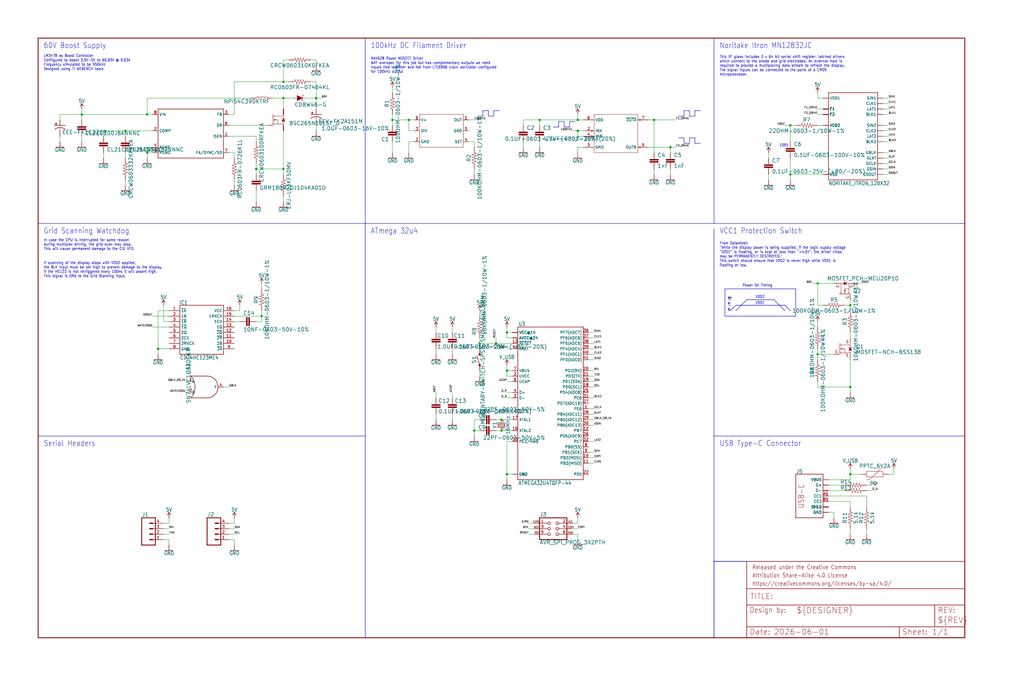
<source format=kicad_sch>
(kicad_sch (version 20230121) (generator eeschema)
  (paper "User" 477.19 317.906)
  (junction (at 132.08 38.1))
  (junction (at 182.88 55.88))
  (junction (at 231.14 160.02))
  (junction (at 58.42 60.96))
  (junction (at 236.22 172.72))
  (junction (at 233.68 200.66))
  (junction (at 223.52 160.02))
  (junction (at 68.58 71.12))
  (junction (at 68.58 53.34))
  (junction (at 381 132.08))
  (junction (at 73.66 162.56))
  (junction (at 304.8 55.88))
  (junction (at 132.08 78.74))
  (junction (at 38.1 53.34))
  (junction (at 381 165.1))
  (junction (at 236.22 220.98))
  (junction (at 132.08 45.72))
  (junction (at 269.24 60.96))
  (junction (at 119.38 78.74))
  (junction (at 236.22 154.94))
  (junction (at 312.42 68.58))
  (junction (at 220.98 200.66))
  (junction (at 269.24 55.88))
  (junction (at 396.24 180.34))
  (junction (at 147.32 45.72))
  (junction (at 396.24 142.24))
  (junction (at 233.68 195.58))
  (junction (at 121.92 147.32))
  (junction (at 190.5 55.88))
  (junction (at 396.24 220.98))
  (junction (at 251.46 55.88))
  (junction (at 368.3 58.42))
  (junction (at 368.3 81.28))
  (wire (pts (xy 223.52 195.58) (xy 220.98 195.58)) (stroke (width 0.1524)))
  (wire (pts (xy 274.32 185.42) (xy 276.86 185.42)) (stroke (width 0.1524)))
  (wire (pts (xy 238.76 220.98) (xy 236.22 220.98)) (stroke (width 0.1524)))
  (wire (pts (xy 76.2 248.92) (xy 78.74 248.92)) (stroke (width 0.1524)))
  (wire (pts (xy 223.52 160.02) (xy 223.52 162.56)) (stroke (width 0.1524)))
  (wire (pts (xy 106.68 58.42) (xy 124.46 58.42)) (stroke (width 0.1524)))
  (wire (pts (xy 381 45.72) (xy 381 43.18)) (stroke (width 0.1524)))
  (polyline (pts (xy 265.43 59.182) (xy 265.43 56.642)) (stroke (width 0.2032) (type solid)))
  (wire (pts (xy 386.08 233.68) (xy 396.24 233.68)) (stroke (width 0.1524)))
  (wire (pts (xy 411.48 78.74) (xy 414.02 78.74)) (stroke (width 0.1524)))
  (wire (pts (xy 236.22 205.74) (xy 236.22 220.98)) (stroke (width 0.1524)))
  (wire (pts (xy 398.78 132.08) (xy 401.32 132.08)) (stroke (width 0.1524)))
  (wire (pts (xy 238.76 157.48) (xy 236.22 157.48)) (stroke (width 0.1524)))
  (wire (pts (xy 71.12 68.58) (xy 68.58 68.58)) (stroke (width 0.1524)))
  (wire (pts (xy 182.88 66.04) (xy 182.88 71.12)) (stroke (width 0.1524)))
  (wire (pts (xy 132.08 27.94) (xy 132.08 38.1)) (stroke (width 0.1524)))
  (wire (pts (xy 119.38 78.74) (xy 132.08 78.74)) (stroke (width 0.1524)))
  (wire (pts (xy 269.24 60.96) (xy 271.78 60.96)) (stroke (width 0.1524)))
  (polyline (pts (xy 332.74 104.14) (xy 449.58 104.14)) (stroke (width 0.2032) (type solid)))
  (wire (pts (xy 238.76 195.58) (xy 233.68 195.58)) (stroke (width 0.1524)))
  (wire (pts (xy 78.74 162.56) (xy 73.66 162.56)) (stroke (width 0.1524)))
  (wire (pts (xy 269.24 60.96) (xy 266.7 60.96)) (stroke (width 0.1524)))
  (wire (pts (xy 251.46 55.88) (xy 243.84 55.88)) (stroke (width 0.1524)))
  (wire (pts (xy 48.26 71.12) (xy 48.26 73.66)) (stroke (width 0.1524)))
  (wire (pts (xy 370.84 58.42) (xy 368.3 58.42)) (stroke (width 0.1524)))
  (wire (pts (xy 238.76 205.74) (xy 236.22 205.74)) (stroke (width 0.1524)))
  (wire (pts (xy 386.08 226.06) (xy 393.7 226.06)) (stroke (width 0.1524)))
  (wire (pts (xy 190.5 60.96) (xy 190.5 55.88)) (stroke (width 0.1524)))
  (wire (pts (xy 190.5 66.04) (xy 190.5 71.12)) (stroke (width 0.1524)))
  (wire (pts (xy 106.68 53.34) (xy 109.22 53.34)) (stroke (width 0.1524)))
  (wire (pts (xy 411.48 48.26) (xy 414.02 48.26)) (stroke (width 0.1524)))
  (wire (pts (xy 381 132.08) (xy 378.46 132.08)) (stroke (width 0.1524)))
  (wire (pts (xy 411.48 66.04) (xy 414.02 66.04)) (stroke (width 0.1524)))
  (wire (pts (xy 411.48 76.2) (xy 414.02 76.2)) (stroke (width 0.1524)))
  (wire (pts (xy 109.22 83.82) (xy 109.22 86.36)) (stroke (width 0.1524)))
  (wire (pts (xy 403.86 226.06) (xy 406.4 226.06)) (stroke (width 0.1524)))
  (wire (pts (xy 88.9 177.8) (xy 86.36 177.8)) (stroke (width 0.1524)))
  (wire (pts (xy 27.94 53.34) (xy 38.1 53.34)) (stroke (width 0.1524)))
  (polyline (pts (xy 170.18 104.14) (xy 170.18 17.78)) (stroke (width 0.2032) (type solid)))
  (polyline (pts (xy 227.584 54.102) (xy 230.124 54.102)) (stroke (width 0.2032) (type solid)))
  (wire (pts (xy 302.26 68.58) (xy 312.42 68.58)) (stroke (width 0.1524)))
  (wire (pts (xy 411.48 73.66) (xy 414.02 73.66)) (stroke (width 0.1524)))
  (wire (pts (xy 271.78 55.88) (xy 269.24 55.88)) (stroke (width 0.1524)))
  (wire (pts (xy 182.88 55.88) (xy 190.5 55.88)) (stroke (width 0.1524)))
  (wire (pts (xy 106.68 248.92) (xy 109.22 248.92)) (stroke (width 0.1524)))
  (wire (pts (xy 396.24 220.98) (xy 396.24 223.52)) (stroke (width 0.1524)))
  (wire (pts (xy 218.44 55.88) (xy 220.98 55.88)) (stroke (width 0.1524)))
  (wire (pts (xy 386.08 223.52) (xy 396.24 223.52)) (stroke (width 0.1524)))
  (wire (pts (xy 381 165.1) (xy 388.62 165.1)) (stroke (width 0.1524)))
  (wire (pts (xy 386.08 228.6) (xy 393.7 228.6)) (stroke (width 0.1524)))
  (wire (pts (xy 304.8 78.74) (xy 304.8 81.28)) (stroke (width 0.1524)))
  (wire (pts (xy 193.04 60.96) (xy 190.5 60.96)) (stroke (width 0.1524)))
  (wire (pts (xy 71.12 71.12) (xy 68.58 71.12)) (stroke (width 0.1524)))
  (wire (pts (xy 396.24 233.68) (xy 396.24 236.22)) (stroke (width 0.1524)))
  (wire (pts (xy 109.22 147.32) (xy 121.92 147.32)) (stroke (width 0.1524)))
  (wire (pts (xy 274.32 177.8) (xy 276.86 177.8)) (stroke (width 0.1524)))
  (wire (pts (xy 411.48 63.5) (xy 414.02 63.5)) (stroke (width 0.1524)))
  (wire (pts (xy 411.48 81.28) (xy 414.02 81.28)) (stroke (width 0.1524)))
  (wire (pts (xy 193.04 55.88) (xy 190.5 55.88)) (stroke (width 0.1524)))
  (wire (pts (xy 76.2 149.86) (xy 76.2 142.24)) (stroke (width 0.1524)))
  (wire (pts (xy 236.22 154.94) (xy 236.22 152.4)) (stroke (width 0.1524)))
  (wire (pts (xy 210.82 182.88) (xy 210.82 185.42)) (stroke (width 0.1524)))
  (wire (pts (xy 134.62 27.94) (xy 132.08 27.94)) (stroke (width 0.1524)))
  (wire (pts (xy 274.32 154.94) (xy 276.86 154.94)) (stroke (width 0.1524)))
  (wire (pts (xy 266.7 243.84) (xy 269.24 243.84)) (stroke (width 0.1524)))
  (polyline (pts (xy 339.598 139.7) (xy 340.36 139.7)) (stroke (width 0.2032) (type solid)))
  (wire (pts (xy 274.32 210.82) (xy 276.86 210.82)) (stroke (width 0.1524)))
  (wire (pts (xy 388.62 238.76) (xy 388.62 241.3)) (stroke (width 0.1524)))
  (wire (pts (xy 144.78 27.94) (xy 147.32 27.94)) (stroke (width 0.1524)))
  (wire (pts (xy 132.08 38.1) (xy 134.62 38.1)) (stroke (width 0.1524)))
  (wire (pts (xy 236.22 157.48) (xy 236.22 154.94)) (stroke (width 0.1524)))
  (wire (pts (xy 411.48 53.34) (xy 414.02 53.34)) (stroke (width 0.1524)))
  (wire (pts (xy 248.92 246.38) (xy 246.38 246.38)) (stroke (width 0.1524)))
  (polyline (pts (xy 17.78 104.14) (xy 170.18 104.14)) (stroke (width 0.2032) (type solid)))
  (wire (pts (xy 132.08 78.74) (xy 132.08 81.28)) (stroke (width 0.1524)))
  (wire (pts (xy 381 177.8) (xy 381 180.34)) (stroke (width 0.1524)))
  (wire (pts (xy 304.8 71.12) (xy 304.8 55.88)) (stroke (width 0.1524)))
  (polyline (pts (xy 360.68 139.7) (xy 365.76 144.78)) (stroke (width 0.2032) (type solid)))
  (wire (pts (xy 38.1 55.88) (xy 38.1 53.34)) (stroke (width 0.1524)))
  (wire (pts (xy 238.76 185.42) (xy 236.22 185.42)) (stroke (width 0.1524)))
  (wire (pts (xy 147.32 38.1) (xy 147.32 45.72)) (stroke (width 0.1524)))
  (wire (pts (xy 269.24 63.5) (xy 271.78 63.5)) (stroke (width 0.1524)))
  (wire (pts (xy 106.68 71.12) (xy 109.22 71.12)) (stroke (width 0.1524)))
  (wire (pts (xy 274.32 165.1) (xy 276.86 165.1)) (stroke (width 0.1524)))
  (wire (pts (xy 368.3 58.42) (xy 365.76 58.42)) (stroke (width 0.1524)))
  (wire (pts (xy 411.48 50.8) (xy 414.02 50.8)) (stroke (width 0.1524)))
  (wire (pts (xy 210.82 195.58) (xy 210.82 193.04)) (stroke (width 0.1524)))
  (polyline (pts (xy 227.584 51.562) (xy 227.584 54.102)) (stroke (width 0.2032) (type solid)))
  (wire (pts (xy 68.58 53.34) (xy 68.58 45.72)) (stroke (width 0.1524)))
  (wire (pts (xy 381 165.1) (xy 381 167.64)) (stroke (width 0.1524)))
  (wire (pts (xy 121.92 147.32) (xy 121.92 144.78)) (stroke (width 0.1524)))
  (polyline (pts (xy 370.84 147.32) (xy 370.84 134.62)) (stroke (width 0.2032) (type solid)))
  (polyline (pts (xy 342.9 142.24) (xy 365.76 142.24)) (stroke (width 0.2032) (type solid)))
  (polyline (pts (xy 339.598 142.24) (xy 340.36 142.24)) (stroke (width 0.2032) (type solid)))
  (polyline (pts (xy 321.31 51.562) (xy 321.31 54.102)) (stroke (width 0.2032) (type solid)))
  (wire (pts (xy 182.88 53.34) (xy 182.88 55.88)) (stroke (width 0.1524)))
  (wire (pts (xy 223.52 200.66) (xy 220.98 200.66)) (stroke (width 0.1524)))
  (wire (pts (xy 396.24 167.64) (xy 396.24 180.34)) (stroke (width 0.1524)))
  (wire (pts (xy 236.22 220.98) (xy 236.22 223.52)) (stroke (width 0.1524)))
  (wire (pts (xy 132.08 45.72) (xy 137.16 45.72)) (stroke (width 0.1524)))
  (wire (pts (xy 220.98 195.58) (xy 220.98 200.66)) (stroke (width 0.1524)))
  (polyline (pts (xy 342.9 144.78) (xy 347.98 139.7)) (stroke (width 0.2032) (type solid)))
  (polyline (pts (xy 323.85 64.262) (xy 321.31 64.262)) (stroke (width 0.2032) (type solid)))
  (wire (pts (xy 116.84 45.72) (xy 68.58 45.72)) (stroke (width 0.1524)))
  (wire (pts (xy 302.26 55.88) (xy 304.8 55.88)) (stroke (width 0.1524)))
  (wire (pts (xy 368.3 81.28) (xy 383.54 81.28)) (stroke (width 0.1524)))
  (wire (pts (xy 238.76 160.02) (xy 231.14 160.02)) (stroke (width 0.1524)))
  (wire (pts (xy 414.02 220.98) (xy 416.56 220.98)) (stroke (width 0.1524)))
  (wire (pts (xy 238.76 162.56) (xy 236.22 162.56)) (stroke (width 0.1524)))
  (wire (pts (xy 266.7 248.92) (xy 269.24 248.92)) (stroke (width 0.1524)))
  (wire (pts (xy 78.74 243.84) (xy 78.74 241.3)) (stroke (width 0.1524)))
  (wire (pts (xy 403.86 248.92) (xy 403.86 246.38)) (stroke (width 0.1524)))
  (wire (pts (xy 220.98 200.66) (xy 220.98 203.2)) (stroke (width 0.1524)))
  (wire (pts (xy 73.66 162.56) (xy 73.66 165.1)) (stroke (width 0.1524)))
  (wire (pts (xy 27.94 55.88) (xy 27.94 53.34)) (stroke (width 0.1524)))
  (wire (pts (xy 76.2 246.38) (xy 78.74 246.38)) (stroke (width 0.1524)))
  (polyline (pts (xy 321.31 66.802) (xy 318.77 66.802)) (stroke (width 0.2032) (type solid)))
  (wire (pts (xy 111.76 144.78) (xy 111.76 142.24)) (stroke (width 0.1524)))
  (polyline (pts (xy 332.74 106.68) (xy 332.74 203.2)) (stroke (width 0.2032) (type solid)))
  (polyline (pts (xy 230.124 51.562) (xy 232.664 51.562)) (stroke (width 0.2032) (type solid)))
  (wire (pts (xy 274.32 205.74) (xy 276.86 205.74)) (stroke (width 0.1524)))
  (wire (pts (xy 78.74 147.32) (xy 71.12 147.32)) (stroke (width 0.1524)))
  (wire (pts (xy 68.58 71.12) (xy 68.58 73.66)) (stroke (width 0.1524)))
  (polyline (pts (xy 260.35 56.642) (xy 262.89 56.642)) (stroke (width 0.2032) (type solid)))
  (polyline (pts (xy 316.23 54.102) (xy 318.77 54.102)) (stroke (width 0.2032) (type solid)))
  (wire (pts (xy 381 180.34) (xy 396.24 180.34)) (stroke (width 0.1524)))
  (wire (pts (xy 119.38 149.86) (xy 121.92 149.86)) (stroke (width 0.1524)))
  (polyline (pts (xy 337.82 134.62) (xy 337.82 147.32)) (stroke (width 0.2032) (type solid)))
  (wire (pts (xy 416.56 220.98) (xy 416.56 218.44)) (stroke (width 0.1524)))
  (wire (pts (xy 109.22 243.84) (xy 109.22 241.3)) (stroke (width 0.1524)))
  (polyline (pts (xy 170.18 203.2) (xy 170.18 297.18)) (stroke (width 0.2032) (type solid)))
  (wire (pts (xy 127 45.72) (xy 132.08 45.72)) (stroke (width 0.1524)))
  (wire (pts (xy 58.42 63.5) (xy 58.42 60.96)) (stroke (width 0.1524)))
  (wire (pts (xy 312.42 68.58) (xy 314.96 68.58)) (stroke (width 0.1524)))
  (wire (pts (xy 411.48 45.72) (xy 414.02 45.72)) (stroke (width 0.1524)))
  (wire (pts (xy 58.42 83.82) (xy 58.42 86.36)) (stroke (width 0.1524)))
  (wire (pts (xy 132.08 91.44) (xy 132.08 93.98)) (stroke (width 0.1524)))
  (polyline (pts (xy 265.43 56.642) (xy 267.97 56.642)) (stroke (width 0.2032) (type solid)))
  (wire (pts (xy 312.42 78.74) (xy 312.42 81.28)) (stroke (width 0.1524)))
  (polyline (pts (xy 318.77 64.262) (xy 316.23 64.262)) (stroke (width 0.2032) (type solid)))
  (wire (pts (xy 274.32 160.02) (xy 276.86 160.02)) (stroke (width 0.1524)))
  (wire (pts (xy 182.88 43.18) (xy 182.88 40.64)) (stroke (width 0.1524)))
  (polyline (pts (xy 365.76 142.24) (xy 368.3 144.78)) (stroke (width 0.2032) (type solid)))
  (wire (pts (xy 274.32 175.26) (xy 276.86 175.26)) (stroke (width 0.1524)))
  (polyline (pts (xy 326.39 66.802) (xy 323.85 66.802)) (stroke (width 0.2032) (type solid)))
  (wire (pts (xy 58.42 71.12) (xy 58.42 73.66)) (stroke (width 0.1524)))
  (polyline (pts (xy 225.044 54.102) (xy 225.044 51.562)) (stroke (width 0.2032) (type solid)))
  (polyline (pts (xy 321.31 54.102) (xy 323.85 54.102)) (stroke (width 0.2032) (type solid)))
  (polyline (pts (xy 323.85 51.562) (xy 326.39 51.562)) (stroke (width 0.2032) (type solid)))
  (wire (pts (xy 203.2 182.88) (xy 203.2 185.42)) (stroke (width 0.1524)))
  (wire (pts (xy 210.82 152.4) (xy 210.82 154.94)) (stroke (width 0.1524)))
  (wire (pts (xy 119.38 63.5) (xy 119.38 66.04)) (stroke (width 0.1524)))
  (wire (pts (xy 383.54 53.34) (xy 381 53.34)) (stroke (width 0.1524)))
  (wire (pts (xy 386.08 238.76) (xy 388.62 238.76)) (stroke (width 0.1524)))
  (wire (pts (xy 383.54 58.42) (xy 381 58.42)) (stroke (width 0.1524)))
  (wire (pts (xy 231.14 160.02) (xy 231.14 157.48)) (stroke (width 0.1524)))
  (wire (pts (xy 269.24 60.96) (xy 269.24 63.5)) (stroke (width 0.1524)))
  (wire (pts (xy 381 162.56) (xy 381 165.1)) (stroke (width 0.1524)))
  (wire (pts (xy 381 152.4) (xy 381 149.86)) (stroke (width 0.1524)))
  (wire (pts (xy 58.42 60.96) (xy 48.26 60.96)) (stroke (width 0.1524)))
  (wire (pts (xy 48.26 60.96) (xy 48.26 63.5)) (stroke (width 0.1524)))
  (wire (pts (xy 269.24 248.92) (xy 269.24 251.46)) (stroke (width 0.1524)))
  (wire (pts (xy 251.46 55.88) (xy 251.46 58.42)) (stroke (width 0.1524)))
  (wire (pts (xy 274.32 193.04) (xy 276.86 193.04)) (stroke (width 0.1524)))
  (wire (pts (xy 109.22 38.1) (xy 132.08 38.1)) (stroke (width 0.1524)))
  (wire (pts (xy 73.66 144.78) (xy 73.66 162.56)) (stroke (width 0.1524)))
  (wire (pts (xy 368.3 58.42) (xy 368.3 66.04)) (stroke (width 0.1524)))
  (polyline (pts (xy 222.504 54.102) (xy 225.044 54.102)) (stroke (width 0.2032) (type solid)))
  (wire (pts (xy 147.32 45.72) (xy 149.86 45.72)) (stroke (width 0.1524)))
  (wire (pts (xy 119.38 76.2) (xy 119.38 78.74)) (stroke (width 0.1524)))
  (wire (pts (xy 220.98 66.04) (xy 220.98 68.58)) (stroke (width 0.1524)))
  (wire (pts (xy 383.54 50.8) (xy 381 50.8)) (stroke (width 0.1524)))
  (polyline (pts (xy 170.18 104.14) (xy 332.74 104.14)) (stroke (width 0.2032) (type solid)))
  (wire (pts (xy 396.24 248.92) (xy 396.24 246.38)) (stroke (width 0.1524)))
  (wire (pts (xy 106.68 243.84) (xy 109.22 243.84)) (stroke (width 0.1524)))
  (wire (pts (xy 236.22 175.26) (xy 236.22 172.72)) (stroke (width 0.1524)))
  (wire (pts (xy 88.9 182.88) (xy 86.36 182.88)) (stroke (width 0.1524)))
  (wire (pts (xy 388.62 132.08) (xy 381 132.08)) (stroke (width 0.1524)))
  (wire (pts (xy 238.76 182.88) (xy 236.22 182.88)) (stroke (width 0.1524)))
  (wire (pts (xy 119.38 78.74) (xy 119.38 81.28)) (stroke (width 0.1524)))
  (wire (pts (xy 274.32 167.64) (xy 276.86 167.64)) (stroke (width 0.1524)))
  (wire (pts (xy 78.74 144.78) (xy 73.66 144.78)) (stroke (width 0.1524)))
  (wire (pts (xy 109.22 149.86) (xy 111.76 149.86)) (stroke (width 0.1524)))
  (polyline (pts (xy 370.84 134.62) (xy 337.82 134.62)) (stroke (width 0.2032) (type solid)))
  (wire (pts (xy 38.1 63.5) (xy 38.1 66.04)) (stroke (width 0.1524)))
  (wire (pts (xy 274.32 198.12) (xy 276.86 198.12)) (stroke (width 0.1524)))
  (polyline (pts (xy 347.98 261.62) (xy 332.74 261.62)) (stroke (width 0.254) (type solid)))
  (wire (pts (xy 274.32 190.5) (xy 276.86 190.5)) (stroke (width 0.1524)))
  (wire (pts (xy 238.76 154.94) (xy 236.22 154.94)) (stroke (width 0.1524)))
  (polyline (pts (xy 262.89 56.642) (xy 262.89 59.182)) (stroke (width 0.2032) (type solid)))
  (wire (pts (xy 238.76 172.72) (xy 236.22 172.72)) (stroke (width 0.1524)))
  (polyline (pts (xy 332.74 203.2) (xy 332.74 261.62)) (stroke (width 0.2032) (type solid)))
  (wire (pts (xy 403.86 228.6) (xy 406.4 228.6)) (stroke (width 0.1524)))
  (wire (pts (xy 396.24 139.7) (xy 396.24 142.24)) (stroke (width 0.1524)))
  (wire (pts (xy 109.22 144.78) (xy 111.76 144.78)) (stroke (width 0.1524)))
  (wire (pts (xy 274.32 180.34) (xy 276.86 180.34)) (stroke (width 0.1524)))
  (wire (pts (xy 203.2 195.58) (xy 203.2 193.04)) (stroke (width 0.1524)))
  (wire (pts (xy 109.22 251.46) (xy 109.22 254)) (stroke (width 0.1524)))
  (polyline (pts (xy 332.74 203.2) (xy 449.58 203.2)) (stroke (width 0.2032) (type solid)))
  (wire (pts (xy 223.52 175.26) (xy 223.52 172.72)) (stroke (width 0.1524)))
  (wire (pts (xy 182.88 55.88) (xy 182.88 58.42)) (stroke (width 0.1524)))
  (wire (pts (xy 238.76 177.8) (xy 236.22 177.8)) (stroke (width 0.1524)))
  (polyline (pts (xy 323.85 66.802) (xy 323.85 64.262)) (stroke (width 0.2032) (type solid)))
  (wire (pts (xy 396.24 157.48) (xy 396.24 154.94)) (stroke (width 0.1524)))
  (wire (pts (xy 304.8 55.88) (xy 314.96 55.88)) (stroke (width 0.1524)))
  (polyline (pts (xy 339.598 144.78) (xy 340.36 144.78)) (stroke (width 0.2032) (type solid)))
  (wire (pts (xy 38.1 53.34) (xy 68.58 53.34)) (stroke (width 0.1524)))
  (wire (pts (xy 274.32 195.58) (xy 276.86 195.58)) (stroke (width 0.1524)))
  (wire (pts (xy 368.3 81.28) (xy 368.3 83.82)) (stroke (width 0.1524)))
  (polyline (pts (xy 170.18 104.14) (xy 170.18 203.2)) (stroke (width 0.2032) (type solid)))
  (wire (pts (xy 274.32 213.36) (xy 276.86 213.36)) (stroke (width 0.1524)))
  (wire (pts (xy 386.08 231.14) (xy 403.86 231.14)) (stroke (width 0.1524)))
  (wire (pts (xy 193.04 66.04) (xy 190.5 66.04)) (stroke (width 0.1524)))
  (wire (pts (xy 119.38 88.9) (xy 119.38 93.98)) (stroke (width 0.1524)))
  (wire (pts (xy 274.32 215.9) (xy 276.86 215.9)) (stroke (width 0.1524)))
  (wire (pts (xy 248.92 248.92) (xy 246.38 248.92)) (stroke (width 0.1524)))
  (wire (pts (xy 147.32 27.94) (xy 147.32 30.48)) (stroke (width 0.1524)))
  (polyline (pts (xy 318.77 51.562) (xy 321.31 51.562)) (stroke (width 0.2032) (type solid)))
  (wire (pts (xy 68.58 53.34) (xy 71.12 53.34)) (stroke (width 0.1524)))
  (wire (pts (xy 269.24 55.88) (xy 251.46 55.88)) (stroke (width 0.1524)))
  (polyline (pts (xy 321.31 64.262) (xy 321.31 66.802)) (stroke (width 0.2032) (type solid)))
  (wire (pts (xy 403.86 231.14) (xy 403.86 236.22)) (stroke (width 0.1524)))
  (polyline (pts (xy 347.98 139.7) (xy 360.68 139.7)) (stroke (width 0.2032) (type solid)))
  (wire (pts (xy 210.82 165.1) (xy 210.82 162.56)) (stroke (width 0.1524)))
  (wire (pts (xy 358.14 81.28) (xy 358.14 83.82)) (stroke (width 0.1524)))
  (wire (pts (xy 104.14 180.34) (xy 106.68 180.34)) (stroke (width 0.1524)))
  (wire (pts (xy 38.1 53.34) (xy 38.1 50.8)) (stroke (width 0.1524)))
  (polyline (pts (xy 170.18 203.2) (xy 17.78 203.2)) (stroke (width 0.2032) (type solid)))
  (wire (pts (xy 248.92 243.84) (xy 246.38 243.84)) (stroke (width 0.1524)))
  (wire (pts (xy 274.32 157.48) (xy 276.86 157.48)) (stroke (width 0.1524)))
  (wire (pts (xy 78.74 149.86) (xy 76.2 149.86)) (stroke (width 0.1524)))
  (wire (pts (xy 266.7 246.38) (xy 269.24 246.38)) (stroke (width 0.1524)))
  (polyline (pts (xy 262.89 59.182) (xy 265.43 59.182)) (stroke (width 0.2032) (type solid)))
  (wire (pts (xy 147.32 58.42) (xy 147.32 60.96)) (stroke (width 0.1524)))
  (wire (pts (xy 396.24 142.24) (xy 396.24 144.78)) (stroke (width 0.1524)))
  (wire (pts (xy 411.48 60.96) (xy 414.02 60.96)) (stroke (width 0.1524)))
  (wire (pts (xy 121.92 134.62) (xy 121.92 132.08)) (stroke (width 0.1524)))
  (polyline (pts (xy 230.124 54.102) (xy 230.124 51.562)) (stroke (width 0.2032) (type solid)))
  (wire (pts (xy 220.98 78.74) (xy 220.98 81.28)) (stroke (width 0.1524)))
  (wire (pts (xy 233.68 195.58) (xy 231.14 195.58)) (stroke (width 0.1524)))
  (wire (pts (xy 218.44 66.04) (xy 220.98 66.04)) (stroke (width 0.1524)))
  (wire (pts (xy 147.32 45.72) (xy 147.32 50.8)) (stroke (width 0.1524)))
  (wire (pts (xy 203.2 152.4) (xy 203.2 154.94)) (stroke (width 0.1524)))
  (wire (pts (xy 396.24 180.34) (xy 396.24 182.88)) (stroke (width 0.1524)))
  (wire (pts (xy 396.24 218.44) (xy 396.24 220.98)) (stroke (width 0.1524)))
  (polyline (pts (xy 318.77 54.102) (xy 318.77 51.562)) (stroke (width 0.2032) (type solid)))
  (wire (pts (xy 312.42 71.12) (xy 312.42 68.58)) (stroke (width 0.1524)))
  (wire (pts (xy 274.32 172.72) (xy 276.86 172.72)) (stroke (width 0.1524)))
  (wire (pts (xy 411.48 58.42) (xy 414.02 58.42)) (stroke (width 0.1524)))
  (wire (pts (xy 106.68 246.38) (xy 109.22 246.38)) (stroke (width 0.1524)))
  (wire (pts (xy 381 132.08) (xy 381 142.24)) (stroke (width 0.1524)))
  (polyline (pts (xy 257.81 59.182) (xy 260.35 59.182)) (stroke (width 0.2032) (type solid)))
  (wire (pts (xy 269.24 243.84) (xy 269.24 241.3)) (stroke (width 0.1524)))
  (wire (pts (xy 132.08 50.8) (xy 132.08 45.72)) (stroke (width 0.1524)))
  (polyline (pts (xy 340.36 144.78) (xy 342.9 142.24)) (stroke (width 0.2032) (type solid)))
  (wire (pts (xy 223.52 144.78) (xy 223.52 147.32)) (stroke (width 0.1524)))
  (wire (pts (xy 243.84 55.88) (xy 243.84 58.42)) (stroke (width 0.1524)))
  (wire (pts (xy 132.08 78.74) (xy 132.08 60.96)) (stroke (width 0.1524)))
  (wire (pts (xy 411.48 71.12) (xy 414.02 71.12)) (stroke (width 0.1524)))
  (wire (pts (xy 381 142.24) (xy 383.54 142.24)) (stroke (width 0.1524)))
  (wire (pts (xy 238.76 200.66) (xy 233.68 200.66)) (stroke (width 0.1524)))
  (wire (pts (xy 368.3 73.66) (xy 368.3 81.28)) (stroke (width 0.1524)))
  (wire (pts (xy 71.12 60.96) (xy 58.42 60.96)) (stroke (width 0.1524)))
  (wire (pts (xy 76.2 251.46) (xy 78.74 251.46)) (stroke (width 0.1524)))
  (wire (pts (xy 274.32 162.56) (xy 276.86 162.56)) (stroke (width 0.1524)))
  (wire (pts (xy 269.24 68.58) (xy 269.24 71.12)) (stroke (width 0.1524)))
  (wire (pts (xy 68.58 68.58) (xy 68.58 71.12)) (stroke (width 0.1524)))
  (wire (pts (xy 106.68 251.46) (xy 109.22 251.46)) (stroke (width 0.1524)))
  (polyline (pts (xy 225.044 51.562) (xy 227.584 51.562)) (stroke (width 0.2032) (type solid)))
  (wire (pts (xy 27.94 63.5) (xy 27.94 66.04)) (stroke (width 0.1524)))
  (wire (pts (xy 233.68 200.66) (xy 231.14 200.66)) (stroke (width 0.1524)))
  (wire (pts (xy 231.14 160.02) (xy 223.52 160.02)) (stroke (width 0.1524)))
  (polyline (pts (xy 260.35 59.182) (xy 260.35 56.642)) (stroke (width 0.2032) (type solid)))
  (wire (pts (xy 109.22 53.34) (xy 109.22 38.1)) (stroke (width 0.1524)))
  (wire (pts (xy 78.74 251.46) (xy 78.74 254)) (stroke (width 0.1524)))
  (wire (pts (xy 269.24 55.88) (xy 269.24 53.34)) (stroke (width 0.1524)))
  (wire (pts (xy 271.78 68.58) (xy 269.24 68.58)) (stroke (width 0.1524)))
  (wire (pts (xy 203.2 162.56) (xy 203.2 165.1)) (stroke (width 0.1524)))
  (wire (pts (xy 144.78 38.1) (xy 147.32 38.1)) (stroke (width 0.1524)))
  (wire (pts (xy 396.24 220.98) (xy 401.32 220.98)) (stroke (width 0.1524)))
  (wire (pts (xy 76.2 243.84) (xy 78.74 243.84)) (stroke (width 0.1524)))
  (wire (pts (xy 142.24 45.72) (xy 147.32 45.72)) (stroke (width 0.1524)))
  (wire (pts (xy 106.68 63.5) (xy 119.38 63.5)) (stroke (width 0.1524)))
  (wire (pts (xy 121.92 149.86) (xy 121.92 147.32)) (stroke (width 0.1524)))
  (wire (pts (xy 393.7 142.24) (xy 396.24 142.24)) (stroke (width 0.1524)))
  (wire (pts (xy 243.84 66.04) (xy 243.84 68.58)) (stroke (width 0.1524)))
  (wire (pts (xy 383.54 45.72) (xy 381 45.72)) (stroke (width 0.1524)))
  (polyline (pts (xy 332.74 261.62) (xy 332.74 297.18)) (stroke (width 0.254) (type solid)))
  (wire (pts (xy 109.22 71.12) (xy 109.22 73.66)) (stroke (width 0.1524)))
  (polyline (pts (xy 337.82 147.32) (xy 370.84 147.32)) (stroke (width 0.2032) (type solid)))
  (wire (pts (xy 251.46 66.04) (xy 251.46 68.58)) (stroke (width 0.1524)))
  (wire (pts (xy 223.52 157.48) (xy 223.52 160.02)) (stroke (width 0.1524)))
  (wire (pts (xy 78.74 152.4) (xy 71.12 152.4)) (stroke (width 0.1524)))
  (polyline (pts (xy 318.77 66.802) (xy 318.77 64.262)) (stroke (width 0.2032) (type solid)))
  (polyline (pts (xy 332.74 104.14) (xy 332.74 17.78)) (stroke (width 0.2032) (type solid)))
  (wire (pts (xy 358.14 71.12) (xy 358.14 73.66)) (stroke (width 0.1524)))
  (wire (pts (xy 236.22 170.18) (xy 236.22 172.72)) (stroke (width 0.1524)))
  (polyline (pts (xy 323.85 54.102) (xy 323.85 51.562)) (stroke (width 0.2032) (type solid)))
  (wire (pts (xy 238.76 175.26) (xy 236.22 175.26)) (stroke (width 0.1524)))
  (text "60V Boost Supply" (at 20.32 22.86 0) (effects (font (size 2.54 2.159)) (justify left bottom)))
  (text "VDD2" (at 352.044 139.192 0) (effects (font (size 1.27 1.0795)) (justify left bottom)))
  (text "0V" (at 339.09 144.78 0) (effects (font (size 0.762 0.6477)) (justify left bottom)))
  (text "VCC1 Protection Switch" (at 335.28 109.22 0) (effects (font (size 2.54 2.159)) (justify left bottom)))
  (text "Noritake Itron MN12832JC" (at 335.28 22.86 0) (effects (font (size 2.54 2.159)) (justify left bottom)))
  (text "If scanning of the display stops with VDD2 applied,\nthe BLK input must be set high to prevent damage to the display.\nIf the HC123 is not retriggered every 100ns it will assert high.\nThis signal is ORd to the Grid Blanking input." (at 20.32 129.54 0) (effects (font (size 1.27 1.0795)) (justify left bottom)))
  (text "VDD1" (at 352.044 141.986 0) (effects (font (size 1.27 1.0795)) (justify left bottom)))
  (text "Power On Timing" (at 345.948 133.858 0) (effects (font (size 1.27 1.0795)) (justify left bottom)))
  (text "USB Type-C Connector" (at 335.28 208.28 0) (effects (font (size 2.54 2.159)) (justify left bottom)))
  (text "100V~{}" (at 363.22 68.58 0) (effects (font (size 1.27 1.0795)) (justify left bottom)))
  (text "Serial Headers" (at 20.32 208.28 0) (effects (font (size 2.54 2.159)) (justify left bottom)))
  (text "5V" (at 339.09 141.986 0) (effects (font (size 0.762 0.6477)) (justify left bottom)))
  (text "In case the CPU is interrupted for some reason\nduring multiplex driving, the grid scan may stop.\nThis will cause permanent damage to the CIG VFD." (at 20.32 116.84 0) (effects (font (size 1.27 1.0795)) (justify left bottom)))
  (text "LM3478 as Boost Controller\nConfigured to boost 3.5V-5V to 60.00V @ 0.03A\nFrequency simulated to be 550kHz\nDesigned using TI WEBENCH tools" (at 20.32 33.02 0) (effects (font (size 1.27 1.0795)) (justify left bottom)))
  (text "ATmega 32u4" (at 172.72 109.22 0) (effects (font (size 2.54 2.159)) (justify left bottom)))
  (text "MAX628 Power MOSFET Driver\nWAY overspec for this job but has complementary outputs we need\nInputs tied together and fed from LTC6906 clock oscillator configured\nfor 100kHz output" (at 172.72 34.29 0) (effects (font (size 1.27 1.0795)) (justify left bottom)))
  (text "This VF glass includes 3 x 64 bit serial shift register, latched drivers\nwhich connect to the anode and grid electrodes. An external host is\nrequired to provide a multiplexing data stream to refresh the display.\nThe signal inputs can be connected to the ports of a CMOS\nmicroprocessor." (at 335.28 35.56 0) (effects (font (size 1.27 1.0795)) (justify left bottom)))
  (text "From Datasheet:\n\"While the display power is being supplied, if the logic supply voltage\n“VDD1” is floating, or is kept at less than “+4.5V”, the driver chips\nmay be PERMANENTLY DESTROYED.\"\nThis switch should ensure that VDD2 is never high while VDD1 is\nfloating or low." (at 335.28 124.46 0) (effects (font (size 1.27 1.0795)) (justify left bottom)))
  (text "60V" (at 339.09 139.446 0) (effects (font (size 0.762 0.6477)) (justify left bottom)))
  (text "Grid Scanning Watchdog" (at 20.32 109.22 0) (effects (font (size 2.54 2.159)) (justify left bottom)))
  (text "100kHz DC Filament Driver" (at 172.72 22.86 0) (effects (font (size 2.54 2.159)) (justify left bottom)))
  (label "GSIN" (at 414.02 78.74 0) (effects (font (size 0.889 0.889))))
  (label "SCK" (at 246.38 246.38 180) (effects (font (size 0.889 0.889))))
  (label "LAT2" (at 276.86 205.74 0) (effects (font (size 0.889 0.889))))
  (label "LAT2" (at 414.02 63.5 0) (effects (font (size 0.889 0.889))))
  (label "RXI" (at 78.74 246.38 0) (effects (font (size 0.889 0.889))))
  (label "D_N" (at 406.4 228.6 0) (effects (font (size 0.889 0.889))))
  (label "SIN1" (at 276.86 154.94 0) (effects (font (size 0.889 0.889))))
  (label "CLK1" (at 276.86 157.48 0) (effects (font (size 0.889 0.889))))
  (label "COPI" (at 269.24 246.38 0) (effects (font (size 0.889 0.889))))
  (label "RESET" (at 246.38 248.92 180) (effects (font (size 0.889 0.889))))
  (label "GSIN" (at 276.86 198.12 0) (effects (font (size 0.889 0.889))))
  (label "LAT1" (at 276.86 160.02 0) (effects (font (size 0.889 0.889))))
  (label "VDD2" (at 401.32 132.08 0) (effects (font (size 0.889 0.889))))
  (label "CIPO" (at 276.86 215.9 0) (effects (font (size 0.889 0.889))))
  (label "GBLK_OR_IN" (at 276.86 195.58 0) (effects (font (size 0.889 0.889))))
  (label "GBLK" (at 106.68 180.34 0) (effects (font (size 0.889 0.889))))
  (label "GLAT" (at 414.02 73.66 0) (effects (font (size 0.889 0.889))))
  (label "CLK2" (at 276.86 165.1 0) (effects (font (size 0.889 0.889))))
  (label "D_N" (at 236.22 185.42 180) (effects (font (size 0.889 0.889))))
  (label "GSOUT" (at 414.02 81.28 0) (effects (font (size 0.889 0.889))))
  (label "GBLK" (at 414.02 71.12 0) (effects (font (size 0.889 0.889))))
  (label "SDA" (at 276.86 177.8 0) (effects (font (size 0.889 0.889))))
  (label "SIN2" (at 414.02 58.42 0) (effects (font (size 0.889 0.889))))
  (label "F2_DRIVE" (at 381 53.34 180) (effects (font (size 0.889 0.889))))
  (label "D_P" (at 406.4 226.06 0) (effects (font (size 0.889 0.889))))
  (label "100KHZ" (at 266.7 60.96 180) (effects (font (size 0.889 0.889))))
  (label "UCAP" (at 210.82 182.88 90) (effects (font (size 0.889 0.889))))
  (label "CLK2" (at 414.02 60.96 0) (effects (font (size 0.889 0.889))))
  (label "LAT1" (at 414.02 50.8 0) (effects (font (size 0.889 0.889))))
  (label "GLAT" (at 276.86 193.04 0) (effects (font (size 0.889 0.889))))
  (label "BLK2" (at 414.02 66.04 0) (effects (font (size 0.889 0.889))))
  (label "RXI" (at 276.86 172.72 0) (effects (font (size 0.889 0.889))))
  (label "RESET" (at 231.14 157.48 90) (effects (font (size 0.889 0.889))))
  (label "60V" (at 149.86 45.72 0) (effects (font (size 0.889 0.889))))
  (label "GCLK" (at 276.86 190.5 0) (effects (font (size 0.889 0.889))))
  (label "F1_DRIVE" (at 381 50.8 180) (effects (font (size 0.889 0.889))))
  (label "AREF" (at 236.22 162.56 180) (effects (font (size 0.889 0.889))))
  (label "BLK1" (at 276.86 162.56 0) (effects (font (size 0.889 0.889))))
  (label "WATCHDOG" (at 86.36 182.88 180) (effects (font (size 0.889 0.889))))
  (label "GCLK" (at 414.02 76.2 0) (effects (font (size 0.889 0.889))))
  (label "100KHZ" (at 220.98 55.88 0) (effects (font (size 0.889 0.889))))
  (label "SDA" (at 109.22 246.38 0) (effects (font (size 0.889 0.889))))
  (label "WATCHDOG" (at 71.12 152.4 180) (effects (font (size 0.889 0.889))))
  (label "F1_DRIVE" (at 314.96 55.88 0) (effects (font (size 0.889 0.889))))
  (label "D_P" (at 236.22 182.88 180) (effects (font (size 0.889 0.889))))
  (label "GBLK_OR_IN" (at 86.36 177.8 180) (effects (font (size 0.889 0.889))))
  (label "COPI" (at 276.86 213.36 0) (effects (font (size 0.889 0.889))))
  (label "AREF" (at 203.2 182.88 90) (effects (font (size 0.889 0.889))))
  (label "CLK1" (at 414.02 48.26 0) (effects (font (size 0.889 0.889))))
  (label "SIN1" (at 414.02 45.72 0) (effects (font (size 0.889 0.889))))
  (label "SCL" (at 109.22 248.92 0) (effects (font (size 0.889 0.889))))
  (label "BLK1" (at 414.02 53.34 0) (effects (font (size 0.889 0.889))))
  (label "BLK2" (at 276.86 185.42 0) (effects (font (size 0.889 0.889))))
  (label "60V" (at 378.46 132.08 180) (effects (font (size 0.889 0.889))))
  (label "F2_DRIVE" (at 314.96 68.58 0) (effects (font (size 0.889 0.889))))
  (label "SCK" (at 276.86 210.82 0) (effects (font (size 0.889 0.889))))
  (label "GSOUT" (at 71.12 147.32 180) (effects (font (size 0.889 0.889))))
  (label "VDD2" (at 365.76 58.42 180) (effects (font (size 0.889 0.889))))
  (label "TXO" (at 78.74 248.92 0) (effects (font (size 0.889 0.889))))
  (label "UCAP" (at 236.22 177.8 180) (effects (font (size 0.889 0.889))))
  (label "SIN2" (at 276.86 167.64 0) (effects (font (size 0.889 0.889))))
  (label "TXO" (at 276.86 175.26 0) (effects (font (size 0.889 0.889))))
  (label "SCL" (at 276.86 180.34 0) (effects (font (size 0.889 0.889))))
  (label "CIPO" (at 246.38 243.84 180) (effects (font (size 0.889 0.889))))
  (symbol (lib_id "working-eagle-import:1.0UF-0603-16V-10%") (at 182.88 60.96 180) (unit 1)
    (property "Reference" "C1" (at 181.356 63.881 0) (effects (font (size 1.778 1.778)) (justify left bottom)))
    (property "Value" "1.0UF-0603-16V-10%" (at 181.356 58.801 0) (effects (font (size 1.778 1.778)) (justify left bottom)))
    (property "Footprint" "working:0603" (effects hide))
  )
  (symbol (lib_id "working-eagle-import:10KOHM-0603-1/10W-1%") (at 381 157.48 270) (unit 1)
    (property "Reference" "R4" (at 382.524 157.48 0) (effects (font (size 1.778 1.778)) (justify bottom)))
    (property "Value" "10KOHM-0603-1/10W-1%" (at 379.476 157.48 0) (effects (font (size 1.778 1.778)) (justify top)))
    (property "Footprint" "working:0603" (effects hide))
  )
  (symbol (lib_id "working-eagle-import:7432") (at 99.06 180.34 0) (unit 1)
    (property "Reference" "U4" (at 88.9 174.498 90) (effects (font (size 1.778 1.778)) (justify left bottom)))
    (property "Value" "SN74LVC1G32DCKR" (at 88.9 187.96 90) (effects (font (size 1.778 1.778)) (justify left bottom)))
    (property "Footprint" "working:SOT353" (effects hide))
  )
  (symbol (lib_id "working-eagle-import:GND") (at 68.58 76.2 0) (unit 1)
    (property "Reference" "#GND5" (effects hide))
    (property "Value" "GND" (at 68.58 76.454 0) (effects (font (size 1.778 1.5113)) (justify top)))
  )
  (symbol (lib_id "working-eagle-import:LTC6906CS6TRPBF") (at 205.74 60.96 0) (unit 1)
    (property "Reference" "U1" (effects hide))
    (property "Value" "LTC6906CS6TRPBF" (effects hide))
    (property "Footprint" "working:TSOT-23_6_ADI" (effects hide))
  )
  (symbol (lib_id "working-eagle-import:GND") (at 132.08 96.52 0) (unit 1)
    (property "Reference" "#GND8" (effects hide))
    (property "Value" "GND" (at 132.08 96.774 0) (effects (font (size 1.778 1.5113)) (justify top)))
  )
  (symbol (lib_id "working-eagle-import:V_USB") (at 396.24 218.44 0) (unit 1)
    (property "Reference" "#SUPPLY12" (effects hide))
    (property "Value" "V_USB" (at 396.24 215.646 0) (effects (font (size 1.778 1.5113)) (justify bottom)))
  )
  (symbol (lib_id "working-eagle-import:GND") (at 223.52 177.8 0) (unit 1)
    (property "Reference" "#GND24" (effects hide))
    (property "Value" "GND" (at 223.52 178.054 0) (effects (font (size 1.778 1.5113)) (justify top)))
  )
  (symbol (lib_id "working-eagle-import:GND") (at 78.74 256.54 0) (unit 1)
    (property "Reference" "#GND34" (effects hide))
    (property "Value" "GND" (at 78.74 256.794 0) (effects (font (size 1.778 1.5113)) (justify top)))
  )
  (symbol (lib_id "working-eagle-import:22OHM-0603-1/10W-1%") (at 398.78 226.06 0) (unit 1)
    (property "Reference" "R14" (at 394.208 225.552 0) (effects (font (size 1.778 1.778)) (justify bottom)))
    (property "Value" "22OHM-0603-1/10W-1%" (effects hide))
    (property "Footprint" "working:0603" (effects hide))
  )
  (symbol (lib_id "working-eagle-import:CL21C820JBANNNC") (at 48.26 68.58 0) (unit 1)
    (property "Reference" "CCOMP2" (effects hide))
    (property "Value" "CL21C820JBANNNC" (at 49.784 70.739 0) (effects (font (size 1.778 1.778)) (justify left bottom)))
    (property "Footprint" "working:0805" (effects hide))
  )
  (symbol (lib_id "working-eagle-import:CRYSTAL-16MHZSMD-5X3.2") (at 233.68 198.12 90) (unit 1)
    (property "Reference" "Y1" (at 231.648 198.12 0) (effects (font (size 1.778 1.778)) (justify bottom)))
    (property "Value" "16MHz" (at 235.712 198.12 0) (effects (font (size 1.778 1.778)) (justify top)))
    (property "Footprint" "working:CRYSTAL-SMD-5X3.2-4PAD" (effects hide))
  )
  (symbol (lib_id "working-eagle-import:MOSFET_PCH-MCU20P10") (at 393.7 134.62 90) (unit 1)
    (property "Reference" "Q2" (at 401.32 134.62 90) (effects (font (size 1.778 1.778)) (justify left bottom)))
    (property "Value" "MOSFET_PCH-MCU20P10" (at 385.318 130.81 90) (effects (font (size 1.778 1.778)) (justify right top)))
    (property "Footprint" "working:TO-252_DPAK" (effects hide))
  )
  (symbol (lib_id "working-eagle-import:5V") (at 223.52 144.78 0) (unit 1)
    (property "Reference" "#SUPPLY13" (effects hide))
    (property "Value" "5V" (at 223.52 141.986 0) (effects (font (size 1.778 1.5113)) (justify bottom)))
  )
  (symbol (lib_id "working-eagle-import:100KOHM-0603-1/10W-1%") (at 220.98 73.66 90) (unit 1)
    (property "Reference" "R2" (at 219.456 73.66 0) (effects (font (size 1.778 1.778)) (justify bottom)))
    (property "Value" "100KOHM-0603-1/10W-1%" (at 222.504 73.66 0) (effects (font (size 1.778 1.778)) (justify top)))
    (property "Footprint" "working:0603" (effects hide))
  )
  (symbol (lib_id "working-eagle-import:GND") (at 304.8 83.82 0) (unit 1)
    (property "Reference" "#GND16" (effects hide))
    (property "Value" "GND" (at 304.8 84.074 0) (effects (font (size 1.778 1.5113)) (justify top)))
  )
  (symbol (lib_id "working-eagle-import:22OHM-0603-1/10W-1%") (at 375.92 58.42 0) (unit 1)
    (property "Reference" "R7" (at 375.92 56.896 0) (effects (font (size 1.778 1.778)) (justify bottom)))
    (property "Value" "22OHM-0603-1/10W-1%" (at 375.92 59.944 0) (effects (font (size 1.778 1.778)) (justify top)))
    (property "Footprint" "working:0603" (effects hide))
  )
  (symbol (lib_id "working-eagle-import:CRCW060310K0FKEA") (at 139.7 27.94 0) (unit 1)
    (property "Reference" "RFB1" (effects hide))
    (property "Value" "CRCW060310K0FKEA" (at 139.7 29.464 0) (effects (font (size 1.778 1.778)) (justify top)))
    (property "Footprint" "working:0603" (effects hide))
  )
  (symbol (lib_id "working-eagle-import:GND") (at 396.24 251.46 0) (unit 1)
    (property "Reference" "#GND26" (effects hide))
    (property "Value" "GND" (at 396.24 251.714 0) (effects (font (size 1.778 1.5113)) (justify top)))
  )
  (symbol (lib_id "working-eagle-import:GND") (at 312.42 83.82 0) (unit 1)
    (property "Reference" "#GND17" (effects hide))
    (property "Value" "GND" (at 312.42 84.074 0) (effects (font (size 1.778 1.5113)) (justify top)))
  )
  (symbol (lib_id "working-eagle-import:0.1UF-0603-25V-(+80/-20%)") (at 358.14 78.74 0) (unit 1)
    (property "Reference" "C7" (at 359.664 75.819 0) (effects (font (size 1.778 1.778)) (justify left bottom)))
    (property "Value" "0.1UF-0603-25V-(+80/-20%)" (at 359.664 80.899 0) (effects (font (size 1.778 1.778)) (justify left bottom)))
    (property "Footprint" "working:0603" (effects hide))
  )
  (symbol (lib_id "working-eagle-import:5.1KOHM5.1KOHM-0603-1/10W-1%") (at 396.24 241.3 90) (unit 1)
    (property "Reference" "R11" (at 394.716 241.3 0) (effects (font (size 1.778 1.778)) (justify bottom)))
    (property "Value" "5.1k" (at 397.764 241.3 0) (effects (font (size 1.778 1.778)) (justify top)))
    (property "Footprint" "working:0603" (effects hide))
  )
  (symbol (lib_id "working-eagle-import:22PF-0603-50V-5%") (at 226.06 195.58 270) (unit 1)
    (property "Reference" "C8" (at 222.758 194.691 90) (effects (font (size 1.778 1.778)) (justify left bottom)))
    (property "Value" "22PF-0603-50V-5%" (at 225.044 191.77 90) (effects (font (size 1.778 1.778)) (justify left bottom)))
    (property "Footprint" "working:0603" (effects hide))
  )
  (symbol (lib_id "working-eagle-import:CONN_041X04_NO_SILK") (at 71.12 248.92 0) (unit 1)
    (property "Reference" "J1" (at 66.04 240.792 0) (effects (font (size 1.778 1.778)) (justify left bottom)))
    (property "Value" "CONN_041X04_NO_SILK" (effects hide))
    (property "Footprint" "working:1X04_NO_SILK" (effects hide))
  )
  (symbol (lib_id "working-eagle-import:4.7UF-0603-35V-(20%)") (at 251.46 63.5 0) (unit 1)
    (property "Reference" "C3" (at 252.984 60.579 0) (effects (font (size 1.778 1.778)) (justify left bottom)))
    (property "Value" "4.7UF-0603-35V-(20%)" (at 252.984 65.659 0) (effects (font (size 1.778 1.778)) (justify left bottom)))
    (property "Footprint" "working:0603" (effects hide))
  )
  (symbol (lib_id "working-eagle-import:10NF-0603-50V-10%") (at 114.3 149.86 270) (unit 1)
    (property "Reference" "C14" (at 113.284 146.939 90) (effects (font (size 1.778 1.778)) (justify left bottom)))
    (property "Value" "10NF-0603-50V-10%" (at 113.284 154.559 90) (effects (font (size 1.778 1.778)) (justify left bottom)))
    (property "Footprint" "working:0603" (effects hide))
  )
  (symbol (lib_id "working-eagle-import:0.1UF-0603-25V-(+80/-20%)") (at 203.2 187.96 180) (unit 1)
    (property "Reference" "C12" (at 204.216 187.833 0) (effects (font (size 1.778 1.778)) (justify right top)))
    (property "Value" "0.1UF-0603-25V-(+80/-20%)" (at 204.216 192.659 0) (effects (font (size 1.778 1.778)) (justify right top)))
    (property "Footprint" "working:0603" (effects hide))
  )
  (symbol (lib_id "working-eagle-import:1.0UF-0603-16V-10%") (at 210.82 187.96 180) (unit 1)
    (property "Reference" "C13" (at 211.836 187.833 0) (effects (font (size 1.778 1.778)) (justify right top)))
    (property "Value" "1.0UF-0603-16V-10%" (at 211.836 192.659 0) (effects (font (size 1.778 1.778)) (justify right top)))
    (property "Footprint" "working:0603" (effects hide))
  )
  (symbol (lib_id "working-eagle-import:GND") (at 203.2 167.64 0) (unit 1)
    (property "Reference" "#GND29" (effects hide))
    (property "Value" "GND" (at 203.2 167.894 0) (effects (font (size 1.778 1.5113)) (justify top)))
  )
  (symbol (lib_id "working-eagle-import:CRCW0603332KFKEA") (at 58.42 78.74 90) (unit 1)
    (property "Reference" "RCOMP0" (effects hide))
    (property "Value" "CRCW0603332KFKEA" (at 59.944 78.74 0) (effects (font (size 1.778 1.778)) (justify top)))
    (property "Footprint" "working:0603" (effects hide))
  )
  (symbol (lib_id "working-eagle-import:ATMEGA32U4TQFP-44") (at 256.54 185.42 0) (unit 1)
    (property "Reference" "U3" (at 241.554 151.892 0) (effects (font (size 1.778 1.5113)) (justify left bottom)))
    (property "Value" "ATMEGA32U4TQFP-44" (at 241.554 226.06 0) (effects (font (size 1.778 1.5113)) (justify left bottom)))
    (property "Footprint" "working:TQFP44" (effects hide))
  )
  (symbol (lib_id "working-eagle-import:5V") (at 182.88 40.64 0) (unit 1)
    (property "Reference" "#SUPPLY2" (effects hide))
    (property "Value" "5V" (at 182.88 37.846 0) (effects (font (size 1.778 1.5113)) (justify bottom)))
  )
  (symbol (lib_id "working-eagle-import:5V") (at 38.1 50.8 0) (unit 1)
    (property "Reference" "#SUPPLY1" (effects hide))
    (property "Value" "5V" (at 38.1 48.006 0) (effects (font (size 1.778 1.5113)) (justify bottom)))
  )
  (symbol (lib_id "working-eagle-import:CONN_041X04_NO_SILK") (at 101.6 248.92 0) (unit 1)
    (property "Reference" "J2" (at 96.52 240.792 0) (effects (font (size 1.778 1.778)) (justify left bottom)))
    (property "Value" "CONN_041X04_NO_SILK" (effects hide))
    (property "Footprint" "working:1X04_NO_SILK" (effects hide))
  )
  (symbol (lib_id "working-eagle-import:V_USB") (at 236.22 170.18 0) (unit 1)
    (property "Reference" "#SUPPLY11" (effects hide))
    (property "Value" "V_USB" (at 236.22 167.386 0) (effects (font (size 1.778 1.5113)) (justify bottom)))
  )
  (symbol (lib_id "working-eagle-import:5V") (at 111.76 142.24 0) (unit 1)
    (property "Reference" "#SUPPLY15" (effects hide))
    (property "Value" "5V" (at 111.76 139.446 0) (effects (font (size 1.778 1.5113)) (justify bottom)))
  )
  (symbol (lib_id "working-eagle-import:1.0UF-0603-16V-10%") (at 203.2 157.48 180) (unit 1)
    (property "Reference" "C10" (at 203.708 157.48 0) (effects (font (size 1.778 1.778)) (justify right top)))
    (property "Value" "1.0UF-0603-16V-10%" (at 203.708 162.56 0) (effects (font (size 1.778 1.778)) (justify right top)))
    (property "Footprint" "working:0603" (effects hide))
  )
  (symbol (lib_id "working-eagle-import:GND") (at 220.98 205.74 0) (unit 1)
    (property "Reference" "#GND23" (effects hide))
    (property "Value" "GND" (at 220.98 205.994 0) (effects (font (size 1.778 1.5113)) (justify top)))
  )
  (symbol (lib_id "working-eagle-import:GND") (at 220.98 83.82 0) (unit 1)
    (property "Reference" "#GND12" (effects hide))
    (property "Value" "GND" (at 220.98 84.074 0) (effects (font (size 1.778 1.5113)) (justify top)))
  )
  (symbol (lib_id "working-eagle-import:GND") (at 396.24 185.42 0) (unit 1)
    (property "Reference" "#GND19" (effects hide))
    (property "Value" "GND" (at 396.24 185.674 0) (effects (font (size 1.778 1.5113)) (justify top)))
  )
  (symbol (lib_id "working-eagle-import:GND") (at 210.82 198.12 0) (unit 1)
    (property "Reference" "#GND28" (effects hide))
    (property "Value" "GND" (at 210.82 198.374 0) (effects (font (size 1.778 1.5113)) (justify top)))
  )
  (symbol (lib_id "working-eagle-import:CD74HC123ME4") (at 78.74 144.78 0) (unit 1)
    (property "Reference" "IC1" (at 83.566 140.97 0) (effects (font (size 1.778 1.5113)) (justify left)))
    (property "Value" "CD74HC123ME4" (at 83.82 166.624 0) (effects (font (size 1.778 1.5113)) (justify left)))
    (property "Footprint" "working:SOIC127P600X175-16N" (effects hide))
  )
  (symbol (lib_id "working-eagle-import:GND") (at 109.22 88.9 0) (unit 1)
    (property "Reference" "#GND6" (effects hide))
    (property "Value" "GND" (at 109.22 89.154 0) (effects (font (size 1.778 1.5113)) (justify top)))
  )
  (symbol (lib_id "working-eagle-import:MAX628CSA+") (at 287.02 60.96 0) (unit 1)
    (property "Reference" "U2" (effects hide))
    (property "Value" "MAX628CSA+" (effects hide))
    (property "Footprint" "working:21-0041B_8_MXM" (effects hide))
  )
  (symbol (lib_id "working-eagle-import:GND") (at 269.24 254 0) (unit 1)
    (property "Reference" "#GND33" (effects hide))
    (property "Value" "GND" (at 269.24 254.254 0) (effects (font (size 1.778 1.5113)) (justify top)))
  )
  (symbol (lib_id "working-eagle-import:CL21C100JBANNNC") (at 38.1 60.96 0) (unit 1)
    (property "Reference" "CBYP0" (effects hide))
    (property "Value" "CL21C100JBANNNC" (at 39.624 63.119 0) (effects (font (size 1.778 1.778)) (justify left bottom)))
    (property "Footprint" "working:0805" (effects hide))
  )
  (symbol (lib_id "working-eagle-import:100KOHM-0603-1/10W-1%") (at 381 172.72 90) (unit 1)
    (property "Reference" "R6" (at 379.476 172.72 0) (effects (font (size 1.778 1.778)) (justify bottom)))
    (property "Value" "100KOHM-0603-1/10W-1%" (at 382.524 172.72 0) (effects (font (size 1.778 1.778)) (justify top)))
    (property "Footprint" "working:0603" (effects hide))
  )
  (symbol (lib_id "working-eagle-import:100OHM-0603-1/10W-1%") (at 182.88 48.26 90) (unit 1)
    (property "Reference" "R1" (at 181.356 48.26 0) (effects (font (size 1.778 1.778)) (justify bottom)))
    (property "Value" "100OHM-0603-1/10W-1%" (at 184.404 48.26 0) (effects (font (size 1.778 1.778)) (justify top)))
    (property "Footprint" "working:0603" (effects hide))
  )
  (symbol (lib_id "working-eagle-import:GND") (at 119.38 96.52 0) (unit 1)
    (property "Reference" "#GND7" (effects hide))
    (property "Value" "GND" (at 119.38 96.774 0) (effects (font (size 1.778 1.5113)) (justify top)))
  )
  (symbol (lib_id "working-eagle-import:22OHM-0603-1/10W-1%") (at 398.78 228.6 0) (unit 1)
    (property "Reference" "R13" (at 394.208 228.346 0) (effects (font (size 1.778 1.778)) (justify bottom)))
    (property "Value" "22OHM-0603-1/10W-1%" (effects hide))
    (property "Footprint" "working:0603" (effects hide))
  )
  (symbol (lib_id "working-eagle-import:GND") (at 58.42 88.9 0) (unit 1)
    (property "Reference" "#GND4" (effects hide))
    (property "Value" "GND" (at 58.42 89.154 0) (effects (font (size 1.778 1.5113)) (justify top)))
  )
  (symbol (lib_id "working-eagle-import:5V") (at 109.22 241.3 0) (unit 1)
    (property "Reference" "#SUPPLY19" (effects hide))
    (property "Value" "5V" (at 109.22 238.506 0) (effects (font (size 1.778 1.5113)) (justify bottom)))
  )
  (symbol (lib_id "working-eagle-import:GND") (at 147.32 63.5 0) (unit 1)
    (property "Reference" "#GND9" (effects hide))
    (property "Value" "GND" (at 147.32 63.754 0) (effects (font (size 1.778 1.5113)) (justify top)))
  )
  (symbol (lib_id "working-eagle-import:USB_C5") (at 373.38 231.14 0) (unit 1)
    (property "Reference" "J5" (at 370.84 220.726 0) (effects (font (size 1.778 1.778)) (justify left bottom)))
    (property "Value" "USB_C5" (effects hide))
    (property "Footprint" "working:USB-C-16P-5" (effects hide))
  )
  (symbol (lib_id "working-eagle-import:22PF-0603-50V-5%") (at 226.06 200.66 270) (unit 1)
    (property "Reference" "C9" (at 222.758 200.152 90) (effects (font (size 1.778 1.778)) (justify left bottom)))
    (property "Value" "22PF-0603-50V-5%" (at 225.044 204.978 90) (effects (font (size 1.778 1.778)) (justify left bottom)))
    (property "Footprint" "working:0603" (effects hide))
  )
  (symbol (lib_id "working-eagle-import:GND") (at 109.22 256.54 0) (unit 1)
    (property "Reference" "#GND35" (effects hide))
    (property "Value" "GND" (at 109.22 256.794 0) (effects (font (size 1.778 1.5113)) (justify top)))
  )
  (symbol (lib_id "working-eagle-import:10KOHM-0603-1/10W-1%") (at 223.52 152.4 90) (unit 1)
    (property "Reference" "R8" (at 222.0214 156.21 0) (effects (font (size 1.778 1.778)) (justify left bottom)))
    (property "Value" "10KOHM-0603-1/10W-1%" (at 226.822 156.21 0) (effects (font (size 1.778 1.778)) (justify left bottom)))
    (property "Footprint" "working:0603" (effects hide))
  )
  (symbol (lib_id "working-eagle-import:5V") (at 121.92 132.08 0) (unit 1)
    (property "Reference" "#SUPPLY8" (effects hide))
    (property "Value" "5V" (at 121.92 129.286 0) (effects (font (size 1.778 1.5113)) (justify bottom)))
  )
  (symbol (lib_id "working-eagle-import:GND") (at 251.46 71.12 0) (unit 1)
    (property "Reference" "#GND14" (effects hide))
    (property "Value" "GND" (at 251.46 71.374 0) (effects (font (size 1.778 1.5113)) (justify top)))
  )
  (symbol (lib_id "working-eagle-import:GND") (at 203.2 198.12 0) (unit 1)
    (property "Reference" "#GND32" (effects hide))
    (property "Value" "GND" (at 203.2 198.374 0) (effects (font (size 1.778 1.5113)) (justify top)))
  )
  (symbol (lib_id "working-eagle-import:GND") (at 358.14 86.36 0) (unit 1)
    (property "Reference" "#GND21" (effects hide))
    (property "Value" "GND" (at 358.14 86.614 0) (effects (font (size 1.778 1.5113)) (justify top)))
  )
  (symbol (lib_id "working-eagle-import:NORITAKE_ITRON_128X32") (at 396.24 63.5 0) (unit 1)
    (property "Reference" "U$17" (effects hide))
    (property "Value" "NORITAKE_ITRON_128X32" (at 386.08 86.36 0) (effects (font (size 1.778 1.5113)) (justify left bottom)))
    (property "Footprint" "working:NORITAKE_ITRON_128X32" (effects hide))
  )
  (symbol (lib_id "working-eagle-import:GND") (at 388.62 243.84 0) (unit 1)
    (property "Reference" "#GND25" (effects hide))
    (property "Value" "GND" (at 388.62 244.094 0) (effects (font (size 1.778 1.5113)) (justify top)))
  )
  (symbol (lib_id "working-eagle-import:GND") (at 73.66 167.64 0) (unit 1)
    (property "Reference" "#GND31" (effects hide))
    (property "Value" "GND" (at 73.66 167.894 0) (effects (font (size 1.778 1.5113)) (justify top)))
  )
  (symbol (lib_id "working-eagle-import:GND") (at 147.32 33.02 0) (unit 1)
    (property "Reference" "#GND10" (effects hide))
    (property "Value" "GND" (at 147.32 33.274 0) (effects (font (size 1.778 1.5113)) (justify top)))
  )
  (symbol (lib_id "working-eagle-import:GND") (at 27.94 68.58 0) (unit 1)
    (property "Reference" "#GND1" (effects hide))
    (property "Value" "GND" (at 27.94 68.834 0) (effects (font (size 1.778 1.5113)) (justify top)))
  )
  (symbol (lib_id "working-eagle-import:10KOHM-0603-1/10W-1%") (at 121.92 139.7 90) (unit 1)
    (property "Reference" "R9" (at 120.396 139.7 0) (effects (font (size 1.778 1.778)) (justify bottom)))
    (property "Value" "10KOHM-0603-1/10W-1%" (at 123.444 139.7 0) (effects (font (size 1.778 1.778)) (justify top)))
    (property "Footprint" "working:0603" (effects hide))
  )
  (symbol (lib_id "working-eagle-import:ERJ-L03KF50MV") (at 132.08 86.36 90) (unit 1)
    (property "Reference" "RSENSE0" (effects hide))
    (property "Value" "ERJ-L03KF50MV" (at 133.604 86.36 0) (effects (font (size 1.778 1.778)) (justify top)))
    (property "Footprint" "working:0603" (effects hide))
  )
  (symbol (lib_id "working-eagle-import:0.1UF-0603-100V-10%") (at 368.3 71.12 0) (unit 1)
    (property "Reference" "C6" (at 369.824 68.199 0) (effects (font (size 1.778 1.778)) (justify left bottom)))
    (property "Value" "0.1UF-0603-100V-10%" (at 369.824 73.279 0) (effects (font (size 1.778 1.778)) (justify left bottom)))
    (property "Footprint" "working:0603" (effects hide))
  )
  (symbol (lib_id "working-eagle-import:GRM188R70J104KA01D") (at 119.38 86.36 0) (unit 1)
    (property "Reference" "CFILT0" (effects hide))
    (property "Value" "GRM188R70J104KA01D" (at 120.904 88.519 0) (effects (font (size 1.778 1.778)) (justify left bottom)))
    (property "Footprint" "working:0603" (effects hide))
  )
  (symbol (lib_id "working-eagle-import:GND") (at 368.3 86.36 0) (unit 1)
    (property "Reference" "#GND20" (effects hide))
    (property "Value" "GND" (at 368.3 86.614 0) (effects (font (size 1.778 1.5113)) (justify top)))
  )
  (symbol (lib_id "working-eagle-import:CL21C331JBANNNC") (at 58.42 68.58 0) (unit 1)
    (property "Reference" "CCOMP0" (effects hide))
    (property "Value" "CL21C331JBANNNC" (at 59.944 70.739 0) (effects (font (size 1.778 1.778)) (justify left bottom)))
    (property "Footprint" "working:0805" (effects hide))
  )
  (symbol (lib_id "working-eagle-import:CDBW46-G") (at 139.7 45.72 0) (unit 1)
    (property "Reference" "U$13" (effects hide))
    (property "Value" "CDBW46-G" (at 137.16 47.752 0) (effects (font (size 1.778 1.778)) (justify left top)))
    (property "Footprint" "working:SOD-123" (effects hide))
  )
  (symbol (lib_id "working-eagle-import:5V") (at 78.74 241.3 0) (unit 1)
    (property "Reference" "#SUPPLY18" (effects hide))
    (property "Value" "5V" (at 78.74 238.506 0) (effects (font (size 1.778 1.5113)) (justify bottom)))
  )
  (symbol (lib_id "working-eagle-import:5V") (at 203.2 152.4 0) (unit 1)
    (property "Reference" "#SUPPLY9" (effects hide))
    (property "Value" "5V" (at 203.2 149.606 0) (effects (font (size 1.778 1.5113)) (justify bottom)))
  )
  (symbol (lib_id "working-eagle-import:0.1UF-0603-25V-(+80/-20%)") (at 210.82 157.48 180) (unit 1)
    (property "Reference" "C11" (at 211.328 157.48 0) (effects (font (size 1.778 1.778)) (justify right top)))
    (property "Value" "0.1UF-0603-25V-(+80/-20%)" (at 211.328 162.56 0) (effects (font (size 1.778 1.778)) (justify right top)))
    (property "Footprint" "working:0603" (effects hide))
  )
  (symbol (lib_id "working-eagle-import:GND") (at 236.22 226.06 0) (unit 1)
    (property "Reference" "#GND22" (effects hide))
    (property "Value" "GND" (at 236.22 226.314 0) (effects (font (size 1.778 1.5113)) (justify top)))
  )
  (symbol (lib_id "working-eagle-import:GND") (at 269.24 73.66 0) (unit 1)
    (property "Reference" "#GND15" (effects hide))
    (property "Value" "GND" (at 269.24 73.914 0) (effects (font (size 1.778 1.5113)) (justify top)))
  )
  (symbol (lib_id "working-eagle-import:FRAME-LEDGERNO_FOOTPRINT") (at 347.98 297.18 0) (unit 2)
    (property "Reference" "FRAME1" (effects hide))
    (property "Value" "FRAME-LEDGERNO_FOOTPRINT" (effects hide))
    (property "Footprint" "working:DUMMY" (effects hide))
  )
  (symbol (lib_id "working-eagle-import:5V") (at 210.82 152.4 0) (unit 1)
    (property "Reference" "#SUPPLY10" (effects hide))
    (property "Value" "5V" (at 210.82 149.606 0) (effects (font (size 1.778 1.5113)) (justify bottom)))
  )
  (symbol (lib_id "working-eagle-import:GND") (at 210.82 167.64 0) (unit 1)
    (property "Reference" "#GND30" (effects hide))
    (property "Value" "GND" (at 210.82 167.894 0) (effects (font (size 1.778 1.5113)) (justify top)))
  )
  (symbol (lib_id "working-eagle-import:5.1KOHM5.1KOHM-0603-1/10W-1%") (at 403.86 241.3 90) (unit 1)
    (property "Reference" "R12" (at 402.336 241.3 0) (effects (font (size 1.778 1.778)) (justify bottom)))
    (property "Value" "5.1k" (at 405.384 241.3 0) (effects (font (size 1.778 1.778)) (justify top)))
    (property "Footprint" "working:0603" (effects hide))
  )
  (symbol (lib_id "working-eagle-import:MOSFET-NCH-BSS138") (at 393.7 162.56 0) (unit 1)
    (property "Reference" "Q1" (at 398.78 162.56 0) (effects (font (size 1.778 1.778)) (justify left bottom)))
    (property "Value" "MOSFET-NCH-BSS138" (at 398.78 165.1 0) (effects (font (size 1.778 1.778)) (justify left bottom)))
    (property "Footprint" "working:SOT23-3" (effects hide))
  )
  (symbol (lib_id "working-eagle-import:5V") (at 76.2 142.24 0) (unit 1)
    (property "Reference" "#SUPPLY16" (effects hide))
    (property "Value" "5V" (at 76.2 139.446 0) (effects (font (size 1.778 1.5113)) (justify bottom)))
  )
  (symbol (lib_id "working-eagle-import:GND") (at 190.5 73.66 0) (unit 1)
    (property "Reference" "#GND11" (effects hide))
    (property "Value" "GND" (at 190.5 73.914 0) (effects (font (size 1.778 1.5113)) (justify top)))
  )
  (symbol (lib_id "working-eagle-import:5V") (at 416.56 218.44 0) (unit 1)
    (property "Reference" "#SUPPLY14" (effects hide))
    (property "Value" "5V" (at 416.56 215.646 0) (effects (font (size 1.778 1.5113)) (justify bottom)))
  )
  (symbol (lib_id "working-eagle-import:EEE-FK1C220R") (at 27.94 58.42 0) (unit 1)
    (property "Reference" "CIN0" (effects hide))
    (property "Value" "EEE-FK1C220R" (at 28.956 62.611 0) (effects (font (size 1.778 1.778)) (justify left bottom)))
    (property "Footprint" "working:SM_RADIAL_C" (effects hide))
  )
  (symbol (lib_id "working-eagle-import:LM3488MM/NOPB") (at 88.9 60.96 0) (unit 1)
    (property "Reference" "U$1" (effects hide))
    (property "Value" "LM3488MM/NOPB" (effects hide))
    (property "Footprint" "working:MUA08A" (effects hide))
  )
  (symbol (lib_id "working-eagle-import:AVR_SPI_PROG_3X2PTH") (at 256.54 246.38 0) (unit 1)
    (property "Reference" "J3" (at 251.46 240.792 0) (effects (font (size 1.778 1.778)) (justify left bottom)))
    (property "Value" "AVR_SPI_PROG_3X2PTH" (at 251.46 253.746 0) (effects (font (size 1.778 1.778)) (justify left bottom)))
    (property "Footprint" "working:2X3" (effects hide))
  )
  (symbol (lib_id "working-eagle-import:1.0NF/1000PF-0603-50V-10%") (at 312.42 76.2 0) (unit 1)
    (property "Reference" "C5" (at 313.944 73.279 0) (effects (font (size 1.778 1.778)) (justify left bottom)))
    (property "Value" "1nF" (at 313.944 78.359 0) (effects (font (size 1.778 1.778)) (justify left bottom)))
    (property "Footprint" "working:0603" (effects hide))
  )
  (symbol (lib_id "working-eagle-import:0.1UF-0603-25V-(+80/-20%)") (at 243.84 63.5 0) (unit 1)
    (property "Reference" "C2" (at 245.364 60.579 0) (effects (font (size 1.778 1.778)) (justify left bottom)))
    (property "Value" "0.1UF-0603-25V-(+80/-20%)" (at 235.204 65.659 0) (effects (font (size 1.778 1.778)) (justify left bottom)))
    (property "Footprint" "working:0603" (effects hide))
  )
  (symbol (lib_id "working-eagle-import:5V") (at 381 43.18 0) (unit 1)
    (property "Reference" "#SUPPLY5" (effects hide))
    (property "Value" "5V" (at 381 40.386 0) (effects (font (size 1.778 1.5113)) (justify bottom)))
  )
  (symbol (lib_id "working-eagle-import:RC0603FR-0726K1L") (at 109.22 78.74 90) (unit 1)
    (property "Reference" "RSYNC0" (effects hide))
    (property "Value" "RC0603FR-0726K1L" (at 110.744 78.74 0) (effects (font (size 1.778 1.778)) (justify top)))
    (property "Footprint" "working:0603" (effects hide))
  )
  (symbol (lib_id "working-eagle-import:BSC265N10LSF_G") (at 129.54 55.88 0) (unit 1)
    (property "Reference" "U$11" (effects hide))
    (property "Value" "BSC265N10LSF_G" (at 134.62 58.42 0) (effects (font (size 1.778 1.778)) (justify left bottom)))
    (property "Footprint" "working:PG-TDSON-8" (effects hide))
  )
  (symbol (lib_id "working-eagle-import:5V") (at 236.22 152.4 0) (unit 1)
    (property "Reference" "#SUPPLY7" (effects hide))
    (property "Value" "5V" (at 236.22 149.606 0) (effects (font (size 1.778 1.5113)) (justify bottom)))
  )
  (symbol (lib_id "working-eagle-import:RC0603FR-07464KL") (at 139.7 38.1 0) (unit 1)
    (property "Reference" "RFB2" (effects hide))
    (property "Value" "RC0603FR-07464KL" (at 139.7 39.624 0) (effects (font (size 1.778 1.778)) (justify top)))
    (property "Footprint" "working:0603" (effects hide))
  )
  (symbol (lib_id "working-eagle-import:5V") (at 269.24 53.34 0) (unit 1)
    (property "Reference" "#SUPPLY3" (effects hide))
    (property "Value" "5V" (at 269.24 50.546 0) (effects (font (size 1.778 1.5113)) (justify bottom)))
  )
  (symbol (lib_id "working-eagle-import:GND") (at 182.88 73.66 0) (unit 1)
    (property "Reference" "#GND18" (effects hide))
    (property "Value" "GND" (at 182.88 73.914 0) (effects (font (size 1.778 1.5113)) (justify top)))
  )
  (symbol (lib_id "working-eagle-import:MOMENTARY-SWITCH-SPST-SMD-4.6X2.8MM") (at 223.52 167.64 90) (unit 1)
    (property "Reference" "S1" (at 221.996 167.64 0) (effects (font (size 1.778 1.778)) (justify bottom)))
    (property "Value" "MOMENTARY-SWITCH-SPST-SMD-4.6X2.8MM" (at 224.028 167.64 0) (effects (font (size 1.778 1.778)) (justify top)))
    (property "Footprint" "working:TACTILE_SWITCH_SMD_4.6X2.8MM" (effects hide))
  )
  (symbol (lib_id "working-eagle-import:GND") (at 48.26 76.2 0) (unit 1)
    (property "Reference" "#GND3" (effects hide))
    (property "Value" "GND" (at 48.26 76.454 0) (effects (font (size 1.778 1.5113)) (justify top)))
  )
  (symbol (lib_id "working-eagle-import:NPI54C390KTRF") (at 121.92 45.72 90) (unit 1)
    (property "Reference" "U$14" (effects hide))
    (property "Value" "NPI54C390KTRF" (at 125.73 48.26 90) (effects (font (size 1.778 1.778)) (justify left top)))
    (property "Footprint" "working:IND_NPI54C" (effects hide))
  )
  (symbol (lib_id "working-eagle-import:100KOHM-0603-1/10W-1%") (at 388.62 142.24 0) (unit 1)
    (property "Reference" "R5" (at 388.62 140.716 0) (effects (font (size 1.778 1.778)) (justify bottom)))
    (property "Value" "100KOHM-0603-1/10W-1%" (at 388.62 143.764 0) (effects (font (size 1.778 1.778)) (justify top)))
    (property "Footprint" "working:0603" (effects hide))
  )
  (symbol (lib_id "working-eagle-import:EEV-FK2A151M") (at 147.32 53.34 0) (unit 1)
    (property "Reference" "COUT0" (effects hide))
    (property "Value" "EEV-FK2A151M" (at 148.336 57.531 0) (effects (font (size 1.778 1.778)) (justify left bottom)))
    (property "Footprint" "working:SM_RADIAL_J16" (effects hide))
  )
  (symbol (lib_id "working-eagle-import:10KOHM-0603-1/10W-1%") (at 396.24 149.86 90) (unit 1)
    (property "Reference" "R3" (at 394.716 149.86 0) (effects (font (size 1.778 1.778)) (justify bottom)))
    (property "Value" "10KOHM-0603-1/10W-1%" (at 397.764 149.86 0) (effects (font (size 1.778 1.778)) (justify top)))
    (property "Footprint" "working:0603" (effects hide))
  )
  (symbol (lib_id "working-eagle-import:5V") (at 269.24 241.3 0) (unit 1)
    (property "Reference" "#SUPPLY17" (effects hide))
    (property "Value" "5V" (at 269.24 238.506 0) (effects (font (size 1.778 1.5113)) (justify bottom)))
  )
  (symbol (lib_id "working-eagle-import:1.0NF/1000PF-0603-50V-10%") (at 304.8 76.2 0) (unit 1)
    (property "Reference" "C4" (at 306.324 73.279 0) (effects (font (size 1.778 1.778)) (justify left bottom)))
    (property "Value" "1nF" (at 306.324 78.359 0) (effects (font (size 1.778 1.778)) (justify left bottom)))
    (property "Footprint" "working:0603" (effects hide))
  )
  (symbol (lib_id "working-eagle-import:GND") (at 403.86 251.46 0) (unit 1)
    (property "Reference" "#GND27" (effects hide))
    (property "Value" "GND" (at 403.86 251.714 0) (effects (font (size 1.778 1.5113)) (justify top)))
  )
  (symbol (lib_id "working-eagle-import:GND") (at 243.84 71.12 0) (unit 1)
    (property "Reference" "#GND13" (effects hide))
    (property "Value" "GND" (at 243.84 71.374 0) (effects (font (size 1.778 1.5113)) (justify top)))
  )
  (symbol (lib_id "working-eagle-import:GND") (at 38.1 68.58 0) (unit 1)
    (property "Reference" "#GND2" (effects hide))
    (property "Value" "GND" (at 38.1 68.834 0) (effects (font (size 1.778 1.5113)) (justify top)))
  )
  (symbol (lib_id "working-eagle-import:CRCW0603100RFKEA") (at 119.38 71.12 90) (unit 1)
    (property "Reference" "RFILT0" (effects hide))
    (property "Value" "CRCW0603100RFKEA" (at 120.904 71.12 0) (effects (font (size 1.778 1.778)) (justify top)))
    (property "Footprint" "working:0603" (effects hide))
  )
  (symbol (lib_id "working-eagle-import:5V") (at 381 149.86 0) (unit 1)
    (property "Reference" "#SUPPLY4" (effects hide))
    (property "Value" "5V" (at 381 147.066 0) (effects (font (size 1.778 1.5113)) (justify bottom)))
  )
  (symbol (lib_id "working-eagle-import:5V") (at 358.14 71.12 0) (unit 1)
    (property "Reference" "#SUPPLY6" (effects hide))
    (property "Value" "5V" (at 358.14 68.326 0) (effects (font (size 1.778 1.5113)) (justify bottom)))
  )
  (symbol (lib_id "working-eagle-import:FRAME-LEDGERNO_FOOTPRINT") (at 17.78 297.18 0) (unit 1)
    (property "Reference" "FRAME1" (effects hide))
    (property "Value" "FRAME-LEDGERNO_FOOTPRINT" (effects hide))
    (property "Footprint" "working:DUMMY" (effects hide))
  )
  (symbol (lib_id "working-eagle-import:PPTC_6V2A") (at 408.94 220.98 180) (unit 1)
    (property "Reference" "F1" (at 407.035 224.155 0) (effects (font (size 1.778 1.778)) (justify bottom)))
    (property "Value" "PPTC_6V2A" (at 407.67 218.186 0) (effects (font (size 1.778 1.778)) (justify top)))
    (property "Footprint" "working:1210" (effects hide))
  )
)
</source>
